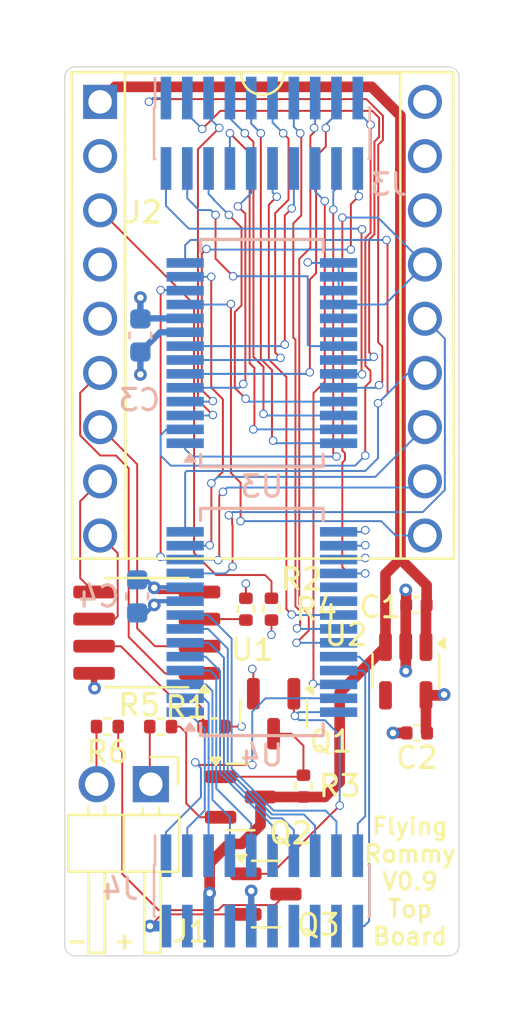
<source format=kicad_pcb>
(kicad_pcb (version 20240108) (generator "pcbnew") (generator_version "8.0")
  (layers (0 "F.Cu" signal) (1 "In1.Cu" signal) (2 "In2.Cu" signal) (31 "B.Cu" signal) (34 "B.Paste" user) (35 "F.Paste" user) (36 "B.SilkS" user "B.Silkscreen") (37 "F.SilkS" user "F.Silkscreen") (38 "B.Mask" user) (39 "F.Mask" user) (44 "Edge.Cuts" user))
  (net 0 "")
  (net 1 "/5v")
  (net 2 "/GND")
  (net 3 "/3v3")
  (net 4 "Net-(J1-Pin_1)")
  (net 5 "Net-(J1-Pin_2)")
  (net 7 "Net-(J2-Pin_15)")
  (net 8 "Net-(J2-Pin_14)")
  (net 11 "Net-(J2-Pin_12)")
  (net 12 "Net-(J2-Pin_8)")
  (net 14 "Net-(J2-Pin_10)")
  (net 15 "Net-(J2-Pin_9)")
  (net 16 "Net-(J2-Pin_3)")
  (net 17 "Net-(J2-Pin_7)")
  (net 18 "Net-(J2-Pin_13)")
  (net 20 "Net-(J2-Pin_6)")
  (net 21 "Net-(J2-Pin_11)")
  (net 22 "/3v3-D7")
  (net 23 "/~{3v3-OE}")
  (net 24 "/~{3v3-FL_WE}")
  (net 25 "/3v3-D3")
  (net 26 "/3v3-D0")
  (net 27 "/~{3v3-CE}")
  (net 28 "/3v3-D2")
  (net 29 "/3v3-D1")
  (net 30 "/3v3-D4")
  (net 31 "/~{3v3-BusConnect}")
  (net 32 "/3v3-D6")
  (net 33 "/3v3-D5")
  (net 34 "/3v3-A12")
  (net 35 "/3v3-A14")
  (net 36 "/3v3-A17")
  (net 37 "/3v3-A0")
  (net 38 "/3v3-A7")
  (net 39 "/3v3-A9")
  (net 40 "/3v3-A1")
  (net 41 "/3v3-A10")
  (net 42 "/3v3-A13")
  (net 43 "/3v3-A5")
  (net 44 "/3v3-A15")
  (net 45 "/3v3-A18")
  (net 46 "/3v3-A3")
  (net 47 "/3v3-A6")
  (net 48 "/3v3-A11")
  (net 49 "/3v3-A4")
  (net 50 "/3v3-A16")
  (net 51 "/3v3-A2")
  (net 52 "/3v3-A8")
  (net 53 "/Ext_Reset")
  (net 54 "Net-(Q1-C)")
  (net 55 "Net-(Q3-D)")
  (net 56 "Net-(U1-~{HOLD})")
  (net 57 "Net-(U1-~{W})")
  (net 69 "Net-(Q2-S)")
  (footprint "Resistor_SMD:R_0402_1005Metric" (layer "F.Cu") (at 151.5 107.2 90)
    (property "Reference" "R2")
    (property "Value" "0 ohm")
  )
  (footprint "Package_TO_SOT_SMD:SOT-23" (layer "F.Cu") (at 152.8 112.1 -90)
    (property "Reference" "Q1")
    (property "Value" "BC846")
  )
  (footprint "Package_TO_SOT_SMD:SOT-23" (layer "F.Cu") (at 152.4375 120.55)
    (property "Reference" "Q3")
    (property "Value" "BSS138")
  )
  (footprint "Resistor_SMD:R_0402_1005Metric" (layer "F.Cu") (at 150 112.7)
    (property "Reference" "R1")
    (property "Value" "0 ohm")
  )
  (footprint "Resistor_SMD:R_0402_1005Metric" (layer "F.Cu") (at 147.5 112.7 180)
    (property "Reference" "R5")
    (property "Value" "0 ohm")
  )
  (footprint "JJGTechnologies_Footprint_Library:PinHeader_1x02_P2.54mm_Horizontal" (layer "F.Cu") (at 147.04 115.4 -90)
    (property "Reference" "J1")
    (property "Value" "Conn_01x02_Pin")
  )
  (footprint "Resistor_SMD:R_0402_1005Metric" (layer "F.Cu") (at 152.7 107.2 90)
    (property "Reference" "R4")
    (property "Value" "DNP")
  )
  (footprint "Package_SO:SOIC-8_3.9x4.9mm_P1.27mm" (layer "F.Cu") (at 146.85 108.3 180)
    (property "Reference" "U1")
    (property "Value" "M95P32-IXMNT/E")
  )
  (footprint "Package_TO_SOT_SMD:SOT-23" (layer "F.Cu") (at 151.25 116)
    (property "Reference" "Q2")
    (property "Value" "BSS84")
  )
  (footprint "Capacitor_SMD:C_0402_1005Metric" (layer "F.Cu") (at 159.52 113 180)
    (property "Reference" "C2")
    (property "Value" "1uf")
  )
  (footprint "Package_TO_SOT_SMD:SOT-23-5" (layer "F.Cu") (at 159 110.1 -90)
    (property "Reference" "U2")
    (property "Value" "AP2112K-3.3")
  )
  (footprint "Resistor_SMD:R_0402_1005Metric" (layer "F.Cu") (at 145 112.7)
    (property "Reference" "R6")
    (property "Value" "0 ohm")
  )
  (footprint "ESP32:ESP32" (layer "F.Cu") (at 144.66 83.43)
    (property "Reference" "J2")
    (property "Value" "Conn_02x09_Counter_Clockwise")
  )
  (footprint "Capacitor_SMD:C_0402_1005Metric" (layer "F.Cu") (at 159.5 107 180)
    (property "Reference" "C1")
    (property "Value" "1uf")
  )
  (footprint "Resistor_SMD:R_0402_1005Metric" (layer "F.Cu") (at 154.2 115.49 -90)
    (property "Reference" "R3")
    (property "Value" "2.5k ohm")
  )
  (footprint "Package_SO:SSOP-28_5.3x10.2mm_P0.65mm" (layer "B.Cu") (at 152.25 107.8)
    (property "Reference" "U4")
    (property "Value" "MCP23S17_SS")
  )
  (footprint "Package_SO:SSOP-28_5.3x10.2mm_P0.65mm" (layer "B.Cu") (at 152.25 95.2)
    (property "Reference" "U3")
    (property "Value" "MCP23S17_SS")
  )
  (footprint "JJGTechnologies_Footprint_Library:PinHeader_2x10_P1.00mm_Vertical_SMD" (layer "B.Cu") (at 152.25 120.4 -90)
    (property "Reference" "J4")
    (property "Value" "Conn_01x20_Pin")
  )
  (footprint "Capacitor_SMD:C_0603_1608Metric" (layer "B.Cu") (at 146.55 94.375 90)
    (property "Reference" "C3")
    (property "Value" "100n")
  )
  (footprint "JJGTechnologies_Footprint_Library:PinHeader_2x10_P1.00mm_Vertical_SMD" (layer "B.Cu") (at 152.25 84.9 -90)
    (property "Reference" "J3")
    (property "Value" "Conn_01x20_Pin")
  )
  (footprint "Capacitor_SMD:C_0603_1608Metric" (layer "B.Cu") (at 146.4 106.6 90)
    (property "Reference" "C4")
    (property "Value" "100n")
  )
  (gr_line (start 143.002 82.288) (end 143.002 122.944) (stroke (width 0.05)) (layer "Edge.Cuts"))
  (gr_line (start 161 123.444) (end 143.502 123.444) (stroke (width 0.05)) (layer "Edge.Cuts"))
  (gr_arc (start 161.5 122.944) (mid 161.353553 123.297553) (end 161 123.444) (stroke (width 0.05)) (layer "Edge.Cuts"))
  (gr_line (start 161.5 82.288) (end 161.5 122.944) (stroke (width 0.05)) (layer "Edge.Cuts"))
  (gr_arc (start 143.002 82.288) (mid 143.148447 81.934447) (end 143.502 81.788) (stroke (width 0.05)) (layer "Edge.Cuts"))
  (gr_arc (start 161 81.788) (mid 161.353553 81.934447) (end 161.5 82.288) (stroke (width 0.05)) (layer "Edge.Cuts"))
  (gr_arc (start 143.502 123.444) (mid 143.148447 123.297553) (end 143.002 122.944) (stroke (width 0.05)) (layer "Edge.Cuts"))
  (gr_line (start 143.502 81.788) (end 161 81.788) (stroke (width 0.05)) (layer "Edge.Cuts"))
  (gr_text "Flying\nRommy\nV0.9\nTop\nBoard" (at 159.2 123 0) (layer "F.SilkS") (effects (font (size 0.8 0.8) (thickness 0.15) (bold yes)) (justify bottom)))
  (gr_text "-  +" (at 144.7 123.2 0) (layer "F.SilkS") (effects (font (size 0.8 0.8) (thickness 0.15) (bold yes)) (justify bottom)))
  (segment (start 158.05 108.9625) (end 158.05 105.55) (width 0.5) (layer "F.Cu") (net 1))
  (segment (start 154.2 116) (end 152.1875 116) (width 0.5) (layer "F.Cu") (net 1))
  (segment (start 158.05 105.55) (end 158.75 104.85) (width 0.5) (layer "F.Cu") (net 1))
  (segment (start 150.7 118.2) (end 151.3 118.2) (width 0.5) (layer "F.Cu") (net 1))
  (segment (start 159.95 107.03) (end 159.98 107) (width 0.5) (layer "F.Cu") (net 1))
  (segment (start 155.9 115.3) (end 155.2 116) (width 0.5) (layer "F.Cu") (net 1))
  (segment (start 159.95 108.9625) (end 159.95 107.03) (width 0.5) (layer "F.Cu") (net 1))
  (segment (start 145.365 82.725) (end 157.4 82.725) (width 0.5) (layer "F.Cu") (net 1))
  (segment (start 151.3 118.2) (end 152.1875 117.3125) (width 0.5) (layer "F.Cu") (net 1))
  (segment (start 157.4 82.725) (end 158.75 84.075) (width 0.5) (layer "F.Cu") (net 1))
  (segment (start 158.75 84.075) (end 158.75 104.85) (width 0.5) (layer "F.Cu") (net 1))
  (segment (start 159.98 106.08) (end 159.98 107) (width 0.5) (layer "F.Cu") (net 1))
  (segment (start 158.75 104.85) (end 159.98 106.08) (width 0.5) (layer "F.Cu") (net 1))
  (segment (start 144.66 83.43) (end 145.365 82.725) (width 0.5) (layer "F.Cu") (net 1))
  (segment (start 155.9 111.1125) (end 155.9 115.3) (width 0.5) (layer "F.Cu") (net 1))
  (segment (start 149.8 119.1) (end 150.7 118.2) (width 0.5) (layer "F.Cu") (net 1))
  (segment (start 152.1875 117.3125) (end 152.1875 116) (width 0.5) (layer "F.Cu") (net 1))
  (segment (start 155.2 116) (end 154.2 116) (width 0.5) (layer "F.Cu") (net 1))
  (segment (start 149.8 120.5) (end 149.8 119.1) (width 0.5) (layer "F.Cu") (net 1))
  (segment (start 158.05 108.9625) (end 155.9 111.1125) (width 0.5) (layer "F.Cu") (net 1))
  (via (at 149.8 120.5) (size 0.6) (drill 0.3) (layers "F.Cu" "B.Cu") (net 1))
  (segment (start 149.75 120.55) (end 149.8 120.5) (width 0.5) (layer "B.Cu") (net 1))
  (segment (start 149.75 122.05) (end 149.75 120.55) (width 0.5) (layer "B.Cu") (net 1))
  (segment (start 149.325 106.395) (end 147.395 106.395) (width 0.2) (layer "F.Cu") (net 2))
  (segment (start 147.55 121.5) (end 147 122.05) (width 0.09) (layer "F.Cu") (net 2))
  (segment (start 151.85 111.1625) (end 151.85 110.05) (width 0.09) (layer "F.Cu") (net 2))
  (segment (start 159.02 107) (end 159.02 106.32) (width 0.5) (layer "F.Cu") (net 2))
  (segment (start 159 108.9625) (end 159 107.02) (width 0.5) (layer "F.Cu") (net 2))
  (segment (start 151.85 110.05) (end 151.8 110) (width 0.09) (layer "F.Cu") (net 2))
  (segment (start 151.5 121.5) (end 147.55 121.5) (width 0.09) (layer "F.Cu") (net 2))
  (segment (start 159 107.02) (end 159.02 107) (width 0.5) (layer "F.Cu") (net 2))
  (segment (start 159.04 113) (end 158.4 113) (width 0.5) (layer "F.Cu") (net 2))
  (segment (start 159 108.9625) (end 159 110.1) (width 0.5) (layer "F.Cu") (net 2))
  (segment (start 159.02 106.32) (end 159 106.3) (width 0.5) (layer "F.Cu") (net 2))
  (segment (start 147.395 106.395) (end 147.2 106.2) (width 0.2) (layer "F.Cu") (net 2))
  (via (at 151.8 110) (size 0.4) (drill 0.3) (layers "F.Cu" "B.Cu") (net 2))
  (via (at 159 106.3) (size 0.6) (drill 0.3) (layers "F.Cu" "B.Cu") (net 2))
  (via (at 154.4 90.95) (size 0.4) (drill 0.3) (layers "F.Cu" "B.Cu") (net 2))
  (via (at 146.55 92.6) (size 0.6) (drill 0.3) (layers "F.Cu" "B.Cu") (net 2))
  (via (at 147 122.05) (size 0.6) (drill 0.3) (layers "F.Cu" "B.Cu") (net 2))
  (via (at 159 110.1) (size 0.6) (drill 0.3) (layers "F.Cu" "B.Cu") (net 2))
  (via (at 147.2 106.2) (size 0.6) (drill 0.3) (layers "F.Cu" "B.Cu") (net 2))
  (via (at 157.1 104.8) (size 0.4) (drill 0.3) (layers "F.Cu" "B.Cu") (net 2))
  (via (at 158.4 113) (size 0.6) (drill 0.3) (layers "F.Cu" "B.Cu") (net 2))
  (via (at 157.1 104.2) (size 0.4) (drill 0.3) (layers "F.Cu" "B.Cu") (net 2))
  (segment (start 147.75 122.05) (end 147 122.05) (width 0.5) (layer "B.Cu") (net 2))
  (segment (start 148.65 93.575) (end 146.575 93.575) (width 0.3) (layer "B.Cu") (net 2))
  (segment (start 157.025 104.875) (end 157.1 104.8) (width 0.09) (layer "B.Cu") (net 2))
  (segment (start 146.4 105.825) (end 146.825 105.825) (width 0.2) (layer "B.Cu") (net 2))
  (segment (start 146.825 105.825) (end 147.2 106.2) (width 0.2) (layer "B.Cu") (net 2))
  (segment (start 157.075 104.225) (end 157.1 104.2) (width 0.09) (layer "B.Cu") (net 2))
  (segment (start 154.425 90.975) (end 154.4 90.95) (width 0.09) (layer "B.Cu") (net 2))
  (segment (start 155.85 92.275) (end 155.85 91.625) (width 0.09) (layer "B.Cu") (net 2))
  (segment (start 155.85 91.625) (end 155.85 90.975) (width 0.09) (layer "B.Cu") (net 2))
  (segment (start 146.575 93.575) (end 146.55 93.6) (width 0.3) (layer "B.Cu") (net 2))
  (segment (start 155.85 104.225) (end 157.075 104.225) (width 0.09) (layer "B.Cu") (net 2))
  (segment (start 148.65 106.175) (end 147.225 106.175) (width 0.2) (layer "B.Cu") (net 2))
  (segment (start 155.85 90.975) (end 154.425 90.975) (width 0.09) (layer "B.Cu") (net 2))
  (segment (start 146.55 93.6) (end 146.55 92.6) (width 0.3) (layer "B.Cu") (net 2))
  (segment (start 155.85 104.875) (end 157.025 104.875) (width 0.09) (layer "B.Cu") (net 2))
  (segment (start 147.225 106.175) (end 147.2 106.2) (width 0.2) (layer "B.Cu") (net 2))
  (segment (start 151.5 106.69) (end 151.5 106) (width 0.09) (layer "F.Cu") (net 3))
  (segment (start 159.95 111.2375) (end 160.7625 111.2375) (width 0.5) (layer "F.Cu") (net 3))
  (segment (start 160.7625 111.2375) (end 160.8 111.2) (width 0.5) (layer "F.Cu") (net 3))
  (segment (start 159.95 112.95) (end 160 113) (width 0.5) (layer "F.Cu") (net 3))
  (segment (start 159.95 111.2375) (end 159.95 112.95) (width 0.5) (layer "F.Cu") (net 3))
  (segment (start 152.7 107.71) (end 152.7 108.4) (width 0.09) (layer "F.Cu") (net 3))
  (segment (start 150.51 112.7) (end 151.3 112.7) (width 0.09) (layer "F.Cu") (net 3))
  (segment (start 144.4 110.9) (end 144.375 110.875) (width 0.3) (layer "F.Cu") (net 3))
  (segment (start 144.375 110.875) (end 144.375 110.205) (width 0.3) (layer "F.Cu") (net 3))
  (via (at 151.5 106) (size 0.4) (drill 0.3) (layers "F.Cu" "B.Cu") (net 3))
  (via (at 146.55 96.2) (size 0.6) (drill 0.3) (layers "F.Cu" "B.Cu") (net 3))
  (via (at 151.75 120.4) (size 0.6) (drill 0.3) (layers "F.Cu" "B.Cu") (net 3))
  (via (at 147.2 107) (size 0.6) (drill 0.3) (layers "F.Cu" "B.Cu") (net 3))
  (via (at 151.3 112.7) (size 0.4) (drill 0.3) (layers "F.Cu" "B.Cu") (net 3))
  (via (at 152.7 108.4) (size 0.4) (drill 0.3) (layers "F.Cu" "B.Cu") (net 3))
  (via (at 160.8 111.2) (size 0.6) (drill 0.3) (layers "F.Cu" "B.Cu") (net 3))
  (via (at 144.4 110.9) (size 0.6) (drill 0.3) (layers "F.Cu" "B.Cu") (net 3))
  (via (at 157.1 103.5) (size 0.4) (drill 0.3) (layers "F.Cu" "B.Cu") (net 3))
  (segment (start 146.4 107.375) (end 146.825 107.375) (width 0.2) (layer "B.Cu") (net 3))
  (segment (start 155.85 103.575) (end 157.025 103.575) (width 0.09) (layer "B.Cu") (net 3))
  (segment (start 148.65 94.225) (end 147.475 94.225) (width 0.3) (layer "B.Cu") (net 3))
  (segment (start 151.75 122.05) (end 151.75 120.4) (width 0.3) (layer "B.Cu") (net 3))
  (segment (start 157.025 103.575) (end 157.1 103.5) (width 0.09) (layer "B.Cu") (net 3))
  (segment (start 147.375 106.825) (end 147.2 107) (width 0.2) (layer "B.Cu") (net 3))
  (segment (start 147.475 94.225) (end 146.55 95.15) (width 0.3) (layer "B.Cu") (net 3))
  (segment (start 146.55 95.15) (end 146.55 96.2) (width 0.3) (layer "B.Cu") (net 3))
  (segment (start 146.825 107.375) (end 147.2 107) (width 0.2) (layer "B.Cu") (net 3))
  (segment (start 148.65 106.825) (end 147.375 106.825) (width 0.2) (layer "B.Cu") (net 3))
  (segment (start 146.99 115.35) (end 147.04 115.4) (width 0.09) (layer "F.Cu") (net 4))
  (segment (start 146.99 112.7) (end 146.99 115.35) (width 0.09) (layer "F.Cu") (net 4))
  (segment (start 144.49 112.7) (end 144.49 115.39) (width 0.09) (layer "F.Cu") (net 5))
  (segment (start 144.49 115.39) (end 144.5 115.4) (width 0.09) (layer "F.Cu") (net 5))
  (segment (start 156.325 105.525) (end 157.1 105.525) (width 0.09) (layer "F.Cu") (net 7))
  (segment (start 156.025 88.85) (end 156.025 99.766385) (width 0.09) (layer "F.Cu") (net 7))
  (segment (start 156.025 99.766385) (end 156.145 99.886385) (width 0.09) (layer "F.Cu") (net 7))
  (segment (start 156.145 100.213615) (end 156.025 100.333615) (width 0.09) (layer "F.Cu") (net 7))
  (segment (start 156.025 100.333615) (end 156.025 105.225) (width 0.09) (layer "F.Cu") (net 7))
  (segment (start 156.025 105.225) (end 156.325 105.525) (width 0.09) (layer "F.Cu") (net 7))
  (segment (start 156.145 99.886385) (end 156.145 100.213615) (width 0.09) (layer "F.Cu") (net 7))
  (via (at 157.1 105.525) (size 0.4) (drill 0.3) (layers "F.Cu" "B.Cu") (net 7))
  (via (at 156.025 88.85) (size 0.4) (drill 0.3) (layers "F.Cu" "B.Cu") (net 7))
  (segment (start 156.025 88.85) (end 157.7 88.85) (width 0.09) (layer "B.Cu") (net 7))
  (segment (start 157.1 105.525) (end 155.85 105.525) (width 0.09) (layer "B.Cu") (net 7))
  (segment (start 157.7 88.85) (end 159.9 91.05) (width 0.09) (layer "B.Cu") (net 7))
  (segment (start 159.9 91.05) (end 158.025 92.925) (width 0.09) (layer "B.Cu") (net 7))
  (segment (start 158.025 92.925) (end 155.85 92.925) (width 0.09) (layer "B.Cu") (net 7))
  (segment (start 150.855 102.955) (end 150.7 102.8) (width 0.09) (layer "F.Cu") (net 8))
  (segment (start 150.855 103.238615) (end 150.855 102.955) (width 0.09) (layer "F.Cu") (net 8))
  (segment (start 150.875 103.258615) (end 150.855 103.238615) (width 0.09) (layer "F.Cu") (net 8))
  (segment (start 150.875 105.2) (end 150.875 103.258615) (width 0.09) (layer "F.Cu") (net 8))
  (via (at 150.7 102.8) (size 0.4) (drill 0.3) (layers "F.Cu" "B.Cu") (net 8))
  (via (at 150.875 105.2) (size 0.4) (drill 0.3) (layers "F.Cu" "B.Cu") (net 8))
  (segment (start 159.9 93.59) (end 160.835 94.525) (width 0.09) (layer "B.Cu") (net 8))
  (segment (start 150.875 105.2) (end 150.55 105.525) (width 0.09) (layer "B.Cu") (net 8))
  (segment (start 150.7 102.8) (end 150.85 102.65) (width 0.09) (layer "B.Cu") (net 8))
  (segment (start 160.835 101.615) (end 159.8 102.65) (width 0.09) (layer "B.Cu") (net 8))
  (segment (start 150.55 105.525) (end 148.65 105.525) (width 0.09) (layer "B.Cu") (net 8))
  (segment (start 150.85 102.65) (end 159.8 102.65) (width 0.09) (layer "B.Cu") (net 8))
  (segment (start 160.835 94.525) (end 160.835 101.615) (width 0.09) (layer "B.Cu") (net 8))
  (segment (start 149.88 104.12) (end 149.8 104.2) (width 0.09) (layer "F.Cu") (net 11))
  (segment (start 149.88 101.3) (end 149.88 104.12) (width 0.09) (layer "F.Cu") (net 11))
  (segment (start 149.88 101.3) (end 150.42 100.76) (width 0.09) (layer "F.Cu") (net 11))
  (segment (start 150.42 97.361385) (end 149.875 96.816385) (width 0.09) (layer "F.Cu") (net 11))
  (segment (start 150.42 100.76) (end 150.42 97.361385) (width 0.09) (layer "F.Cu") (net 11))
  (segment (start 149.875 96.816385) (end 149.875 91.625) (width 0.09) (layer "F.Cu") (net 11))
  (via (at 149.875 91.625) (size 0.4) (drill 0.3) (layers "F.Cu" "B.Cu") (net 11))
  (via (at 149.88 101.3) (size 0.4) (drill 0.3) (layers "F.Cu" "B.Cu") (net 11))
  (via (at 149.8 104.2) (size 0.4) (drill 0.3) (layers "F.Cu" "B.Cu") (net 11))
  (segment (start 149.875 91.625) (end 148.65 91.625) (width 0.09) (layer "B.Cu") (net 11))
  (segment (start 150.18 101) (end 157.57 101) (width 0.09) (layer "B.Cu") (net 11))
  (segment (start 148.65 104.225) (end 149.775 104.225) (width 0.09) (layer "B.Cu") (net 11))
  (segment (start 149.88 101.3) (end 150.18 101) (width 0.09) (layer "B.Cu") (net 11))
  (segment (start 157.57 101) (end 159.9 98.67) (width 0.09) (layer "B.Cu") (net 11))
  (segment (start 149.775 104.225) (end 149.8 104.2) (width 0.09) (layer "B.Cu") (net 11))
  (segment (start 143.725 105.745) (end 143.725 102.145) (width 0.09) (layer "F.Cu") (net 12))
  (segment (start 144.375 106.395) (end 143.725 105.745) (width 0.09) (layer "F.Cu") (net 12))
  (segment (start 143.725 102.145) (end 144.66 101.21) (width 0.09) (layer "F.Cu") (net 12))
  (segment (start 150.8 100.821385) (end 150.8 92.9) (width 0.09) (layer "F.Cu") (net 14))
  (segment (start 151.25 103.075) (end 151.25 101.271385) (width 0.09) (layer "F.Cu") (net 14))
  (segment (start 151.25 101.271385) (end 150.8 100.821385) (width 0.09) (layer "F.Cu") (net 14))
  (via (at 150.8 92.9) (size 0.4) (drill 0.3) (layers "F.Cu" "B.Cu") (net 14))
  (via (at 151.25 103.075) (size 0.4) (drill 0.3) (layers "F.Cu" "B.Cu") (net 14))
  (segment (start 157.85 103.075) (end 158.525 103.75) (width 0.09) (layer "B.Cu") (net 14))
  (segment (start 148.65 92.925) (end 150.875 92.925) (width 0.09) (layer "B.Cu") (net 14))
  (segment (start 158.525 103.75) (end 159.9 103.75) (width 0.09) (layer "B.Cu") (net 14))
  (segment (start 151.25 103.075) (end 157.85 103.075) (width 0.09) (layer "B.Cu") (net 14))
  (segment (start 150.875 92.925) (end 150.825 92.925) (width 0.09) (layer "B.Cu") (net 14))
  (segment (start 150.825 92.925) (end 150.8 92.9) (width 0.09) (layer "B.Cu") (net 14))
  (segment (start 145.485 104.575) (end 144.66 103.75) (width 0.09) (layer "F.Cu") (net 15))
  (segment (start 144.375 107.665) (end 145.349999 107.665) (width 0.09) (layer "F.Cu") (net 15))
  (segment (start 145.349999 107.665) (end 145.485 107.529999) (width 0.09) (layer "F.Cu") (net 15))
  (segment (start 145.485 107.529999) (end 145.485 104.575) (width 0.09) (layer "F.Cu") (net 15))
  (segment (start 149.07 104.57) (end 150.1 105.6) (width 0.09) (layer "F.Cu") (net 16))
  (segment (start 144.66 88.51) (end 149.07 92.92) (width 0.09) (layer "F.Cu") (net 16))
  (segment (start 149.07 92.92) (end 149.07 104.57) (width 0.09) (layer "F.Cu") (net 16))
  (segment (start 152.4 105.6) (end 152.7 105.9) (width 0.09) (layer "F.Cu") (net 16))
  (segment (start 150.1 105.6) (end 152.4 105.6) (width 0.09) (layer "F.Cu") (net 16))
  (segment (start 152.7 105.9) (end 152.7 106.69) (width 0.09) (layer "F.Cu") (net 16))
  (segment (start 147.235 108.935) (end 149.325 108.935) (width 0.09) (layer "F.Cu") (net 17))
  (segment (start 146.4 100.41) (end 146.4 108.1) (width 0.09) (layer "F.Cu") (net 17))
  (segment (start 144.66 98.67) (end 146.4 100.41) (width 0.09) (layer "F.Cu") (net 17))
  (segment (start 146.4 108.1) (end 147.235 108.935) (width 0.09) (layer "F.Cu") (net 17))
  (segment (start 158.145 89.945) (end 158.1 89.9) (width 0.09) (layer "F.Cu") (net 18))
  (segment (start 158.145 97.105) (end 158.145 89.945) (width 0.09) (layer "F.Cu") (net 18))
  (segment (start 157.7 97.55) (end 158.145 97.105) (width 0.09) (layer "F.Cu") (net 18))
  (via (at 157.7 97.55) (size 0.4) (drill 0.3) (layers "F.Cu" "B.Cu") (net 18))
  (via (at 158.1 89.9) (size 0.4) (drill 0.3) (layers "F.Cu" "B.Cu") (net 18))
  (segment (start 157.09826 100.725) (end 157.7 100.12326) (width 0.09) (layer "B.Cu") (net 18))
  (segment (start 158.1 89.9) (end 148.9 89.9) (width 0.09) (layer "B.Cu") (net 18))
  (segment (start 157.7 100.12326) (end 157.7 97.55) (width 0.09) (layer "B.Cu") (net 18))
  (segment (start 157.7 97.55) (end 159.12 96.13) (width 0.09) (layer "B.Cu") (net 18))
  (segment (start 148.9 89.9) (end 148.65 90.15) (width 0.09) (layer "B.Cu") (net 18))
  (segment (start 148.725 100.725) (end 157.09826 100.725) (width 0.09) (layer "B.Cu") (net 18))
  (segment (start 148.65 103.575) (end 148.65 100.8) (width 0.09) (layer "B.Cu") (net 18))
  (segment (start 148.65 90.15) (end 148.65 90.975) (width 0.09) (layer "B.Cu") (net 18))
  (segment (start 148.65 100.8) (end 148.725 100.725) (width 0.09) (layer "B.Cu") (net 18))
  (segment (start 159.12 96.13) (end 159.9 96.13) (width 0.09) (layer "B.Cu") (net 18))
  (segment (start 145.4 100) (end 146 100.6) (width 0.09) (layer "F.Cu") (net 20))
  (segment (start 143.725 99.05729) (end 144.66771 100) (width 0.09) (layer "F.Cu") (net 20))
  (segment (start 146 108.5) (end 147.705 110.205) (width 0.09) (layer "F.Cu") (net 20))
  (segment (start 144.66 96.13) (end 143.725 97.065) (width 0.09) (layer "F.Cu") (net 20))
  (segment (start 147.705 110.205) (end 149.325 110.205) (width 0.09) (layer "F.Cu") (net 20))
  (segment (start 144.66771 100) (end 145.4 100) (width 0.09) (layer "F.Cu") (net 20))
  (segment (start 143.725 97.065) (end 143.725 99.05729) (width 0.09) (layer "F.Cu") (net 20))
  (segment (start 146 100.6) (end 146 108.5) (width 0.09) (layer "F.Cu") (net 20))
  (segment (start 147.5 92.25) (end 147.5 104.75) (width 0.09) (layer "F.Cu") (net 21))
  (segment (start 150.25 104.85) (end 150.2 104.9) (width 0.09) (layer "F.Cu") (net 21))
  (segment (start 150.25 101.875) (end 150.25 104.85) (width 0.09) (layer "F.Cu") (net 21))
  (segment (start 150.425 101.7) (end 150.25 101.875) (width 0.09) (layer "F.Cu") (net 21))
  (via (at 147.5 92.25) (size 0.4) (drill 0.3) (layers "F.Cu" "B.Cu") (net 21))
  (via (at 147.5 104.75) (size 0.4) (drill 0.3) (layers "F.Cu" "B.Cu") (net 21))
  (via (at 150.2 104.9) (size 0.4) (drill 0.3) (layers "F.Cu" "B.Cu") (net 21))
  (via (at 150.425 101.7) (size 0.4) (drill 0.3) (layers "F.Cu" "B.Cu") (net 21))
  (segment (start 150.175 104.875) (end 150.2 104.9) (width 0.09) (layer "B.Cu") (net 21))
  (segment (start 148.65 104.875) (end 150.175 104.875) (width 0.09) (layer "B.Cu") (net 21))
  (segment (start 148.65 92.275) (end 148.625 92.25) (width 0.09) (layer "B.Cu") (net 21))
  (segment (start 148.65 104.875) (end 147.625 104.875) (width 0.09) (layer "B.Cu") (net 21))
  (segment (start 150.425 101.7) (end 150.625 101.5) (width 0.09) (layer "B.Cu") (net 21))
  (segment (start 147.625 104.875) (end 147.5 104.75) (width 0.09) (layer "B.Cu") (net 21))
  (segment (start 150.625 101.5) (end 159.61 101.5) (width 0.09) (layer "B.Cu") (net 21))
  (segment (start 159.61 101.5) (end 159.9 101.21) (width 0.09) (layer "B.Cu") (net 21))
  (segment (start 148.625 92.25) (end 147.5 92.25) (width 0.09) (layer "B.Cu") (net 21))
  (segment (start 155.24 116.64) (end 155.75 117.15) (width 0.09) (layer "B.Cu") (net 22))
  (segment (start 150.829999 114.666325) (end 152.803674 116.64) (width 0.09) (layer "B.Cu") (net 22))
  (segment (start 150.829999 110.575442) (end 150.83 110.575443) (width 0.09) (layer "B.Cu") (net 22))
  (segment (start 155.75 117.15) (end 155.75 118.75) (width 0.09) (layer "B.Cu") (net 22))
  (segment (start 152.803674 116.64) (end 155.24 116.64) (width 0.09) (layer "B.Cu") (net 22))
  (segment (start 148.65 107.475) (end 149.725 107.475) (width 0.09) (layer "B.Cu") (net 22))
  (segment (start 149.725 107.475) (end 150.829999 108.579999) (width 0.09) (layer "B.Cu") (net 22))
  (segment (start 150.829999 108.579999) (end 150.829999 110.575442) (width 0.09) (layer "B.Cu") (net 22))
  (segment (start 150.829999 110.920001) (end 150.829999 114.666325) (width 0.09) (layer "B.Cu") (net 22))
  (segment (start 150.83 110.575443) (end 150.829999 110.920001) (width 0.09) (layer "B.Cu") (net 22))
  (segment (start 156.75 117.25) (end 156.75 118.75) (width 0.09) (layer "B.Cu") (net 23))
  (segment (start 157.1 116.9) (end 156.75 117.25) (width 0.09) (layer "B.Cu") (net 23))
  (segment (start 155.85 110.075) (end 156.975 110.075) (width 0.09) (layer "B.Cu") (net 23))
  (segment (start 156.975 110.075) (end 157.1 110.2) (width 0.09) (layer "B.Cu") (net 23))
  (segment (start 157.1 110.2) (end 157.1 116.9) (width 0.09) (layer "B.Cu") (net 23))
  (segment (start 154.7 110.75) (end 154.65 110.7) (width 0.09) (layer "F.Cu") (net 24))
  (segment (start 155.2 88.075) (end 155.2 96.55) (width 0.09) (layer "F.Cu") (net 24))
  (segment (start 154.67 97.08) (end 154.67 110.68) (width 0.09) (layer "F.Cu") (net 24))
  (segment (start 154.67 110.68) (end 154.65 110.7) (width 0.09) (layer "F.Cu") (net 24))
  (segment (start 155.2 96.55) (end 154.67 97.08) (width 0.09) (layer "F.Cu") (net 24))
  (via (at 154.65 110.7) (size 0.4) (drill 0.3) (layers "F.Cu" "B.Cu") (net 24))
  (via (at 155.2 88.075) (size 0.4) (drill 0.3) (layers "F.Cu" "B.Cu") (net 24))
  (segment (start 155.2 88.075) (end 154.75 87.625) (width 0.09) (layer "B.Cu") (net 24))
  (segment (start 154.65 110.7) (end 154.675 110.725) (width 0.09) (layer "B.Cu") (net 24))
  (segment (start 154.675 110.725) (end 155.85 110.725) (width 0.09) (layer "B.Cu") (net 24))
  (segment (start 154.75 87.625) (end 154.75 86.55) (width 0.09) (layer "B.Cu") (net 24))
  (segment (start 151.75 117.24) (end 151.75 118.75) (width 0.09) (layer "B.Cu") (net 25))
  (segment (start 150.11 110.36) (end 150.11 115.6) (width 0.09) (layer "B.Cu") (net 25))
  (segment (start 149.825 110.075) (end 150.11 110.36) (width 0.09) (layer "B.Cu") (net 25))
  (segment (start 150.11 115.6) (end 151.75 117.24) (width 0.09) (layer "B.Cu") (net 25))
  (segment (start 148.65 110.075) (end 149.825 110.075) (width 0.09) (layer "B.Cu") (net 25))
  (segment (start 149.57 116.63) (end 149.57 112.82) (width 0.09) (layer "B.Cu") (net 26))
  (segment (start 148.75 118.75) (end 148.75 117.45) (width 0.09) (layer "B.Cu") (net 26))
  (segment (start 148.775 112.025) (end 148.65 112.025) (width 0.09) (layer "B.Cu") (net 26))
  (segment (start 149.57 112.82) (end 148.775 112.025) (width 0.09) (layer "B.Cu") (net 26))
  (segment (start 148.75 117.45) (end 149.57 116.63) (width 0.09) (layer "B.Cu") (net 26))
  (segment (start 148.75 112.125) (end 148.65 112.025) (width 0.09) (layer "B.Cu") (net 26))
  (segment (start 157.28 121.82) (end 157.05 122.05) (width 0.09) (layer "B.Cu") (net 27))
  (segment (start 157.28 109.89) (end 157.28 121.82) (width 0.09) (layer "B.Cu") (net 27))
  (segment (start 155.85 109.425) (end 156.815 109.425) (width 0.09) (layer "B.Cu") (net 27))
  (segment (start 157.05 122.05) (end 156.75 122.05) (width 0.09) (layer "B.Cu") (net 27))
  (segment (start 156.815 109.425) (end 157.28 109.89) (width 0.09) (layer "B.Cu") (net 27))
  (segment (start 150.75 118.75) (end 150.75 116.95) (width 0.09) (layer "B.Cu") (net 28))
  (segment (start 150.75 116.95) (end 149.93 116.13) (width 0.09) (layer "B.Cu") (net 28))
  (segment (start 149.625 110.725) (end 148.65 110.725) (width 0.09) (layer "B.Cu") (net 28))
  (segment (start 149.93 116.13) (end 149.93 111.03) (width 0.09) (layer "B.Cu") (net 28))
  (segment (start 149.93 111.03) (end 149.625 110.725) (width 0.09) (layer "B.Cu") (net 28))
  (segment (start 149.75 118.75) (end 149.75 111.6) (width 0.09) (layer "B.Cu") (net 29))
  (segment (start 149.525 111.375) (end 148.65 111.375) (width 0.09) (layer "B.Cu") (net 29))
  (segment (start 149.75 111.6) (end 149.525 111.375) (width 0.09) (layer "B.Cu") (net 29))
  (segment (start 149.615 109.425) (end 150.29 110.1) (width 0.09) (layer "B.Cu") (net 30))
  (segment (start 150.29 110.1) (end 150.29 114.89) (width 0.09) (layer "B.Cu") (net 30))
  (segment (start 148.65 109.425) (end 149.615 109.425) (width 0.09) (layer "B.Cu") (net 30))
  (segment (start 150.29 114.89) (end 152.75 117.35) (width 0.09) (layer "B.Cu") (net 30))
  (segment (start 152.75 117.35) (end 152.75 118.75) (width 0.09) (layer "B.Cu") (net 30))
  (segment (start 149.125 114.375) (end 149.25 114.5) (width 0.09) (layer "F.Cu") (net 31))
  (segment (start 149.25 114.5) (end 151.8 114.5) (width 0.09) (layer "F.Cu") (net 31))
  (via (at 151.8 114.5) (size 0.4) (drill 0.3) (layers "F.Cu" "B.Cu") (net 31))
  (via (at 149.125 114.375) (size 0.4) (drill 0.3) (layers "F.Cu" "B.Cu") (net 31))
  (segment (start 149.39 116.01) (end 147.75 117.65) (width 0.09) (layer "B.Cu") (net 31))
  (segment (start 151.8 114.5) (end 151.8 112) (width 0.09) (layer "B.Cu") (net 31))
  (segment (start 149.39 114.64) (end 149.39 116.01) (width 0.09) (layer "B.Cu") (net 31))
  (segment (start 152.425 111.375) (end 155.85 111.375) (width 0.09) (layer "B.Cu") (net 31))
  (segment (start 147.75 117.65) (end 147.75 118.75) (width 0.09) (layer "B.Cu") (net 31))
  (segment (start 149.125 114.375) (end 149.39 114.64) (width 0.09) (layer "B.Cu") (net 31))
  (segment (start 151.8 112) (end 152.425 111.375) (width 0.09) (layer "B.Cu") (net 31))
  (segment (start 150.649999 110.65) (end 150.65 110.650001) (width 0.09) (layer "B.Cu") (net 32))
  (segment (start 150.65 114.740884) (end 152.729116 116.82) (width 0.09) (layer "B.Cu") (net 32))
  (segment (start 150.649999 109.049999) (end 150.649999 110.65) (width 0.09) (layer "B.Cu") (net 32))
  (segment (start 154.22 116.82) (end 154.75 117.35) (width 0.09) (layer "B.Cu") (net 32))
  (segment (start 152.729116 116.82) (end 154.22 116.82) (width 0.09) (layer "B.Cu") (net 32))
  (segment (start 150.65 110.650001) (end 150.65 114.740884) (width 0.09) (layer "B.Cu") (net 32))
  (segment (start 148.65 108.125) (end 149.725 108.125) (width 0.09) (layer "B.Cu") (net 32))
  (segment (start 149.725 108.125) (end 150.649999 109.049999) (width 0.09) (layer "B.Cu") (net 32))
  (segment (start 154.75 117.35) (end 154.75 118.75) (width 0.09) (layer "B.Cu") (net 32))
  (segment (start 153.75 117.55) (end 153.75 118.75) (width 0.09) (layer "B.Cu") (net 33))
  (segment (start 150.469999 110.025441) (end 150.47 110.025442) (width 0.09) (layer "B.Cu") (net 33))
  (segment (start 150.469999 109.469999) (end 150.469999 110.025441) (width 0.09) (layer "B.Cu") (net 33))
  (segment (start 150.469999 114.815441) (end 152.654558 117) (width 0.09) (layer "B.Cu") (net 33))
  (segment (start 149.775 108.775) (end 150.469999 109.469999) (width 0.09) (layer "B.Cu") (net 33))
  (segment (start 150.47 110.025442) (end 150.469999 111.080001) (width 0.09) (layer "B.Cu") (net 33))
  (segment (start 148.65 108.775) (end 149.775 108.775) (width 0.09) (layer "B.Cu") (net 33))
  (segment (start 152.654558 117) (end 153.2 117) (width 0.09) (layer "B.Cu") (net 33))
  (segment (start 150.469999 111.080001) (end 150.469999 114.815441) (width 0.09) (layer "B.Cu") (net 33))
  (segment (start 153.2 117) (end 153.75 117.55) (width 0.09) (layer "B.Cu") (net 33))
  (segment (start 151.475 88.675) (end 151.475 96.55) (width 0.09) (layer "F.Cu") (net 34))
  (segment (start 151.475 96.55) (end 151.375 96.65) (width 0.09) (layer "F.Cu") (net 34))
  (segment (start 151.125 88.325) (end 151.475 88.675) (width 0.09) (layer "F.Cu") (net 34))
  (via (at 151.125 88.325) (size 0.4) (drill 0.3) (layers "F.Cu" "B.Cu") (net 34))
  (via (at 151.375 96.65) (size 0.4) (drill 0.3) (layers "F.Cu" "B.Cu") (net 34))
  (segment (start 151.75 87.7) (end 151.75 86.55) (width 0.09) (layer "B.Cu") (net 34))
  (segment (start 151.2 96.825) (end 148.65 96.825) (width 0.09) (layer "B.Cu") (net 34))
  (segment (start 151.125 88.325) (end 151.75 87.7) (width 0.09) (layer "B.Cu") (net 34))
  (segment (start 151.375 96.65) (end 151.2 96.825) (width 0.09) (layer "B.Cu") (net 34))
  (segment (start 152.875 88.641385) (end 153.5 88.016385) (width 0.09) (layer "F.Cu") (net 35))
  (segment (start 153.5 88.016385) (end 153.5 85.15) (width 0.09) (layer "F.Cu") (net 35))
  (segment (start 152.875 95.175) (end 152.875 88.641385) (width 0.09) (layer "F.Cu") (net 35))
  (segment (start 153.125 95.425) (end 152.875 95.175) (width 0.09) (layer "F.Cu") (net 35))
  (segment (start 153.5 85.15) (end 153.25 84.9) (width 0.09) (layer "F.Cu") (net 35))
  (via (at 153.25 84.9) (size 0.4) (drill 0.3) (layers "F.Cu" "B.Cu") (net 35))
  (via (at 153.125 95.425) (size 0.4) (drill 0.3) (layers "F.Cu" "B.Cu") (net 35))
  (segment (start 153.025 95.525) (end 148.65 95.525) (width 0.09) (layer "B.Cu") (net 35))
  (segment (start 152.75 83.25) (end 152.75 84.4) (width 0.09) (layer "B.Cu") (net 35))
  (segment (start 152.75 84.4) (end 153.25 84.9) (width 0.09) (layer "B.Cu") (net 35))
  (segment (start 153.125 95.425) (end 153.025 95.525) (width 0.09) (layer "B.Cu") (net 35))
  (segment (start 154.05 84.9) (end 154.1 84.95) (width 0.09) (layer "F.Cu") (net 36))
  (segment (start 154.1 84.95) (end 154.1 88.75) (width 0.09) (layer "F.Cu") (net 36))
  (segment (start 154.045 107.955) (end 153.9 108.1) (width 0.09) (layer "F.Cu") (net 36))
  (segment (start 153.725 89.125) (end 153.725 94.475) (width 0.09) (layer "F.Cu") (net 36))
  (segment (start 153.825 107.066385) (end 154.045 107.286385) (width 0.09) (layer "F.Cu") (net 36))
  (segment (start 154.045 107.286385) (end 154.045 107.955) (width 0.09) (layer "F.Cu") (net 36))
  (segment (start 153.725 94.475) (end 153.825 94.575) (width 0.09) (layer "F.Cu") (net 36))
  (segment (start 154.1 88.75) (end 153.725 89.125) (width 0.09) (layer "F.Cu") (net 36))
  (segment (start 153.825 94.575) (end 153.825 107.066385) (width 0.09) (layer "F.Cu") (net 36))
  (via (at 154.05 84.9) (size 0.4) (drill 0.3) (layers "F.Cu" "B.Cu") (net 36))
  (via (at 153.9 108.1) (size 0.4) (drill 0.3) (layers "F.Cu" "B.Cu") (net 36))
  (segment (start 153.75 84.35) (end 153.75 84.6) (width 0.09) (layer "B.Cu") (net 36))
  (segment (start 153.925 108.125) (end 155.85 108.125) (width 0.09) (layer "B.Cu") (net 36))
  (segment (start 153.75 83.25) (end 153.75 84.35) (width 0.09) (layer "B.Cu") (net 36))
  (segment (start 153.9 108.1) (end 153.925 108.125) (width 0.09) (layer "B.Cu") (net 36))
  (segment (start 153.75 84.6) (end 154.05 84.9) (width 0.09) (layer "B.Cu") (net 36))
  (segment (start 150.075 88.725) (end 150.075 90.775) (width 0.09) (layer "F.Cu") (net 37))
  (segment (start 150.075 90.775) (end 150.9 91.6) (width 0.09) (layer "F.Cu") (net 37))
  (via (at 150.9 91.6) (size 0.4) (drill 0.3) (layers "F.Cu" "B.Cu") (net 37))
  (via (at 150.075 88.725) (size 0.4) (drill 0.3) (layers "F.Cu" "B.Cu") (net 37))
  (segment (start 154.4 94.8) (end 154.4 91.6) (width 0.09) (layer "B.Cu") (net 37))
  (segment (start 150.075 88.725) (end 149.85 88.5) (width 0.09) (layer "B.Cu") (net 37))
  (segment (start 155.85 94.875) (end 154.475 94.875) (width 0.09) (layer "B.Cu") (net 37))
  (segment (start 148.75 87.95) (end 148.75 86.55) (width 0.09) (layer "B.Cu") (net 37))
  (segment (start 149.85 88.5) (end 149.3 88.5) (width 0.09) (layer "B.Cu") (net 37))
  (segment (start 150.9 91.6) (end 154.4 91.6) (width 0.09) (layer "B.Cu") (net 37))
  (segment (start 149.3 88.5) (end 148.75 87.95) (width 0.09) (layer "B.Cu") (net 37))
  (segment (start 154.475 94.875) (end 154.4 94.8) (width 0.09) (layer "B.Cu") (net 37))
  (segment (start 152.775 99.3) (end 152.725 99.25) (width 0.09) (layer "F.Cu") (net 38))
  (segment (start 152.725 99.25) (end 152.725 95.995442) (width 0.09) (layer "F.Cu") (net 38))
  (segment (start 152.2 95.470442) (end 152.2 84.9) (width 0.09) (layer "F.Cu") (net 38))
  (segment (start 152.725 95.995442) (end 152.2 95.470442) (width 0.09) (layer "F.Cu") (net 38))
  (via (at 152.775 99.3) (size 0.4) (drill 0.3) (layers "F.Cu" "B.Cu") (net 38))
  (via (at 152.2 84.9) (size 0.4) (drill 0.3) (layers "F.Cu" "B.Cu") (net 38))
  (segment (start 152.9 99.425) (end 155.85 99.425) (width 0.09) (layer "B.Cu") (net 38))
  (segment (start 152.775 99.3) (end 152.9 99.425) (width 0.09) (layer "B.Cu") (net 38))
  (segment (start 151.75 84.45) (end 152.2 84.9) (width 0.09) (layer "B.Cu") (net 38))
  (segment (start 151.75 83.25) (end 151.75 84.45) (width 0.09) (layer "B.Cu") (net 38))
  (segment (start 157.35 89.558615) (end 157.35 84.5) (width 0.09) (layer "F.Cu") (net 39))
  (segment (start 157.1 100) (end 157.1 96.77413) (width 0.09) (layer "F.Cu") (net 39))
  (segment (start 157.1 96.77413) (end 157.345 96.52913) (width 0.09) (layer "F.Cu") (net 39))
  (segment (start 157.345 96.036385) (end 157.105 95.796385) (width 0.09) (layer "F.Cu") (net 39))
  (segment (start 157.105 95.796385) (end 157.105 89.803615) (width 0.09) (layer "F.Cu") (net 39))
  (segment (start 157.105 89.803615) (end 157.35 89.558615) (width 0.09) (layer "F.Cu") (net 39))
  (segment (start 157.345 96.52913) (end 157.345 96.036385) (width 0.09) (layer "F.Cu") (net 39))
  (via (at 157.35 84.5) (size 0.4) (drill 0.3) (layers "F.Cu" "B.Cu") (net 39))
  (via (at 157.1 100) (size 0.4) (drill 0.3) (layers "F.Cu" "B.Cu") (net 39))
  (segment (start 157.1 100) (end 156.625 100.475) (width 0.09) (layer "B.Cu") (net 39))
  (segment (start 147.5 99.05) (end 147.775 98.775) (width 0.09) (layer "B.Cu") (net 39))
  (segment (start 147.775 98.775) (end 148.65 98.775) (width 0.09) (layer "B.Cu") (net 39))
  (segment (start 156.75 83.25) (end 156.75 83.9) (width 0.09) (layer "B.Cu") (net 39))
  (segment (start 147.975 100.475) (end 147.5 100) (width 0.09) (layer "B.Cu") (net 39))
  (segment (start 156.625 100.475) (end 147.975 100.475) (width 0.09) (layer "B.Cu") (net 39))
  (segment (start 156.75 83.9) (end 157.35 84.5) (width 0.09) (layer "B.Cu") (net 39))
  (segment (start 147.5 100) (end 147.5 99.05) (width 0.09) (layer "B.Cu") (net 39))
  (segment (start 157.53 85.295) (end 157.75 85.075) (width 0.09) (layer "F.Cu") (net 40))
  (segment (start 157.285 89.878173) (end 157.53 89.633173) (width 0.09) (layer "F.Cu") (net 40))
  (segment (start 157.75 84.175) (end 157.425 83.85) (width 0.09) (layer "F.Cu") (net 40))
  (segment (start 157.5 95.375) (end 157.285 95.16) (width 0.09) (layer "F.Cu") (net 40))
  (segment (start 157.425 83.85) (end 150.3 83.85) (width 0.09) (layer "F.Cu") (net 40))
  (segment (start 150.3 83.85) (end 149.45 84.7) (width 0.09) (layer "F.Cu") (net 40))
  (segment (start 157.53 89.633173) (end 157.53 85.295) (width 0.09) (layer "F.Cu") (net 40))
  (segment (start 157.285 95.16) (end 157.285 89.878173) (width 0.09) (layer "F.Cu") (net 40))
  (segment (start 157.75 85.075) (end 157.75 84.175) (width 0.09) (layer "F.Cu") (net 40))
  (via (at 157.5 95.375) (size 0.4) (drill 0.3) (layers "F.Cu" "B.Cu") (net 40))
  (via (at 149.45 84.7) (size 0.4) (drill 0.3) (layers "F.Cu" "B.Cu") (net 40))
  (segment (start 157.5 95.375) (end 157.35 95.525) (width 0.09) (layer "B.Cu") (net 40))
  (segment (start 148.75 84) (end 149.45 84.7) (width 0.09) (layer "B.Cu") (net 40))
  (segment (start 157.35 95.525) (end 155.85 95.525) (width 0.09) (layer "B.Cu") (net 40))
  (segment (start 148.75 83.25) (end 148.75 84) (width 0.09) (layer "B.Cu") (net 40))
  (segment (start 149.25 85.65) (end 149.25 97.4) (width 0.09) (layer "F.Cu") (net 41))
  (segment (start 149.25 97.4) (end 149.95 98.1) (width 0.09) (layer "F.Cu") (net 41))
  (segment (start 150.25 84.65) (end 149.25 85.65) (width 0.09) (layer "F.Cu") (net 41))
  (via (at 149.95 98.1) (size 0.4) (drill 0.3) (layers "F.Cu" "B.Cu") (net 41))
  (via (at 150.25 84.65) (size 0.4) (drill 0.3) (layers "F.Cu" "B.Cu") (net 41))
  (segment (start 149.75 84.15) (end 150.25 84.65) (width 0.09) (layer "B.Cu") (net 41))
  (segment (start 148.65 98.125) (end 149.925 98.125) (width 0.09) (layer "B.Cu") (net 41))
  (segment (start 149.925 98.125) (end 149.95 98.1) (width 0.09) (layer "B.Cu") (net 41))
  (segment (start 149.75 83.25) (end 149.75 84.15) (width 0.09) (layer "B.Cu") (net 41))
  (segment (start 154.5 91.75) (end 154.5 96.1) (width 0.09) (layer "F.Cu") (net 42))
  (segment (start 155.25 84.65) (end 155.25 85.525) (width 0.09) (layer "F.Cu") (net 42))
  (segment (start 155.25 85.525) (end 154.795 85.98) (width 0.09) (layer "F.Cu") (net 42))
  (segment (start 154.795 91.455) (end 154.5 91.75) (width 0.09) (layer "F.Cu") (net 42))
  (segment (start 154.795 85.98) (end 154.795 91.455) (width 0.09) (layer "F.Cu") (net 42))
  (via (at 155.25 84.65) (size 0.4) (drill 0.3) (layers "F.Cu" "B.Cu") (net 42))
  (via (at 154.5 96.1) (size 0.4) (drill 0.3) (layers "F.Cu" "B.Cu") (net 42))
  (segment (start 154.425 96.175) (end 148.65 96.175) (width 0.09) (layer "B.Cu") (net 42))
  (segment (start 154.5 96.1) (end 154.425 96.175) (width 0.09) (layer "B.Cu") (net 42))
  (segment (start 155.75 83.25) (end 155.75 84) (width 0.09) (layer "B.Cu") (net 42))
  (segment (start 155.25 84.5) (end 155.25 84.65) (width 0.09) (layer "B.Cu") (net 42))
  (segment (start 155.4 84.35) (end 155.25 84.5) (width 0.09) (layer "B.Cu") (net 42))
  (segment (start 155.75 84) (end 155.4 84.35) (width 0.09) (layer "B.Cu") (net 42))
  (segment (start 152.325 95.85) (end 151.855 95.38) (width 0.09) (layer "F.Cu") (net 43))
  (segment (start 152.325 98.05) (end 152.325 95.85) (width 0.09) (layer "F.Cu") (net 43))
  (segment (start 151.855 85.305) (end 151.45 84.9) (width 0.09) (layer "F.Cu") (net 43))
  (segment (start 151.855 95.38) (end 151.855 85.305) (width 0.09) (layer "F.Cu") (net 43))
  (via (at 152.325 98.05) (size 0.4) (drill 0.3) (layers "F.Cu" "B.Cu") (net 43))
  (via (at 151.45 84.9) (size 0.4) (drill 0.3) (layers "F.Cu" "B.Cu") (net 43))
  (segment (start 152.4 98.125) (end 155.85 98.125) (width 0.09) (layer "B.Cu") (net 43))
  (segment (start 150.75 84.2) (end 151.45 84.9) (width 0.09) (layer "B.Cu") (net 43))
  (segment (start 150.75 83.25) (end 150.75 84.2) (width 0.09) (layer "B.Cu") (net 43))
  (segment (start 152.325 98.05) (end 152.4 98.125) (width 0.09) (layer "B.Cu") (net 43))
  (segment (start 153.325 88.75) (end 153.325 94.8) (width 0.09) (layer "F.Cu") (net 44))
  (segment (start 153.65 88.425) (end 153.325 88.75) (width 0.09) (layer "F.Cu") (net 44))
  (via (at 153.65 88.425) (size 0.4) (drill 0.3) (layers "F.Cu" "B.Cu") (net 44))
  (via (at 153.325 94.8) (size 0.4) (drill 0.3) (layers "F.Cu" "B.Cu") (net 44))
  (segment (start 153.25 94.875) (end 148.65 94.875) (width 0.09) (layer "B.Cu") (net 44))
  (segment (start 153.325 94.8) (end 153.25 94.875) (width 0.09) (layer "B.Cu") (net 44))
  (segment (start 153.65 88.425) (end 153.75 88.325) (width 0.09) (layer "B.Cu") (net 44))
  (segment (start 153.75 88.325) (end 153.75 86.55) (width 0.09) (layer "B.Cu") (net 44))
  (segment (start 154.45 107.436827) (end 154.45 108.2) (width 0.09) (layer "F.Cu") (net 45))
  (segment (start 154.525 90.266385) (end 154.005 90.786385) (width 0.09) (layer "F.Cu") (net 45))
  (segment (start 154.7 84.85) (end 154.7 84.65) (width 0.09) (layer "F.Cu") (net 45))
  (segment (start 154.005 90.786385) (end 154.005 106.991827) (width 0.09) (layer "F.Cu") (net 45))
  (segment (start 154.525 85.025) (end 154.7 84.85) (width 0.09) (layer "F.Cu") (net 45))
  (segment (start 153.875 108.775) (end 154.45 108.2) (width 0.09) (layer "F.Cu") (net 45))
  (segment (start 154.525 85.025) (end 154.525 90.266385) (width 0.09) (layer "F.Cu") (net 45))
  (segment (start 154.005 106.991827) (end 154.45 107.436827) (width 0.09) (layer "F.Cu") (net 45))
  (via (at 153.875 108.775) (size 0.4) (drill 0.3) (layers "F.Cu" "B.Cu") (net 45))
  (via (at 154.7 84.65) (size 0.4) (drill 0.3) (layers "F.Cu" "B.Cu") (net 45))
  (segment (start 153.875 108.775) (end 155.85 108.775) (width 0.09) (layer "B.Cu") (net 45))
  (segment (start 154.75 83.25) (end 154.75 84.6) (width 0.09) (layer "B.Cu") (net 45))
  (segment (start 154.75 84.6) (end 154.7 84.65) (width 0.09) (layer "B.Cu") (net 45))
  (segment (start 157.705 94.695) (end 157.705 89.736385) (width 0.09) (layer "F.Cu") (net 46))
  (segment (start 157.93 85.22) (end 157.93 84.08) (width 0.09) (layer "F.Cu") (net 46))
  (segment (start 157.9 94.89) (end 157.705 94.695) (width 0.09) (layer "F.Cu") (net 46))
  (segment (start 157.71 89.731385) (end 157.71 85.44) (width 0.09) (layer "F.Cu") (net 46))
  (segment (start 157.15 83.3) (end 147.075 83.3) (width 0.09) (layer "F.Cu") (net 46))
  (segment (start 157.93 84.08) (end 157.15 83.3) (width 0.09) (layer "F.Cu") (net 46))
  (segment (start 157.9 96.55) (end 157.9 94.89) (width 0.09) (layer "F.Cu") (net 46))
  (segment (start 147.075 83.3) (end 146.95 83.425) (width 0.09) (layer "F.Cu") (net 46))
  (segment (start 157.71 85.44) (end 157.93 85.22) (width 0.09) (layer "F.Cu") (net 46))
  (segment (start 157.75 96.7) (end 157.9 96.55) (width 0.09) (layer "F.Cu") (net 46))
  (segment (start 157.705 89.736385) (end 157.71 89.731385) (width 0.09) (layer "F.Cu") (net 46))
  (via (at 157.75 96.7) (size 0.4) (drill 0.3) (layers "F.Cu" "B.Cu") (net 46))
  (via (at 146.95 83.425) (size 0.4) (drill 0.3) (layers "F.Cu" "B.Cu") (net 46))
  (segment (start 147.125 83.25) (end 147.75 83.25) (width 0.09) (layer "B.Cu") (net 46))
  (segment (start 157.625 96.825) (end 155.85 96.825) (width 0.09) (layer "B.Cu") (net 46))
  (segment (start 157.75 96.7) (end 157.625 96.825) (width 0.09) (layer "B.Cu") (net 46))
  (segment (start 146.95 83.425) (end 147.125 83.25) (width 0.09) (layer "B.Cu") (net 46))
  (segment (start 151.675 85.825) (end 150.75 84.9) (width 0.09) (layer "F.Cu") (net 47))
  (segment (start 151.9 95.9) (end 151.675 95.675) (width 0.09) (layer "F.Cu") (net 47))
  (segment (start 151.675 95.675) (end 151.675 85.825) (width 0.09) (layer "F.Cu") (net 47))
  (segment (start 151.85 98.775) (end 151.9 98.725) (width 0.09) (layer "F.Cu") (net 47))
  (segment (start 151.9 98.725) (end 151.9 95.9) (width 0.09) (layer "F.Cu") (net 47))
  (via (at 150.75 84.9) (size 0.4) (drill 0.3) (layers "F.Cu" "B.Cu") (net 47))
  (via (at 151.85 98.775) (size 0.4) (drill 0.3) (layers "F.Cu" "B.Cu") (net 47))
  (segment (start 151.85 98.775) (end 155.85 98.775) (width 0.09) (layer "B.Cu") (net 47))
  (segment (start 150.75 86.55) (end 150.75 84.9) (width 0.09) (layer "B.Cu") (net 47))
  (segment (start 149.43 96.93) (end 149.95 97.45) (width 0.09) (layer "F.Cu") (net 48))
  (segment (start 149.65 90.325) (end 149.43 90.545) (width 0.09) (layer "F.Cu") (net 48))
  (segment (start 156.425 90.35) (end 156.425 88.225) (width 0.09) (layer "F.Cu") (net 48))
  (segment (start 149.43 90.545) (end 149.43 96.93) (width 0.09) (layer "F.Cu") (net 48))
  (segment (start 156.425 88.225) (end 156.8 87.85) (width 0.09) (layer "F.Cu") (net 48))
  (via (at 156.8 87.85) (size 0.4) (drill 0.3) (layers "F.Cu" "B.Cu") (net 48))
  (via (at 149.95 97.45) (size 0.4) (drill 0.3) (layers "F.Cu" "B.Cu") (net 48))
  (via (at 156.425 90.35) (size 0.4) (drill 0.3) (layers "F.Cu" "B.Cu") (net 48))
  (via (at 149.65 90.325) (size 0.4) (drill 0.3) (layers "F.Cu" "B.Cu") (net 48))
  (segment (start 156.75 87.8) (end 156.8 87.85) (width 0.09) (layer "B.Cu") (net 48))
  (segment (start 149.925 97.475) (end 149.95 97.45) (width 0.09) (layer "B.Cu") (net 48))
  (segment (start 148.65 97.475) (end 149.925 97.475) (width 0.09) (layer "B.Cu") (net 48))
  (segment (start 156.425 90.35) (end 149.675 90.35) (width 0.09) (layer "B.Cu") (net 48))
  (segment (start 156.75 86.55) (end 156.75 87.8) (width 0.09) (layer "B.Cu") (net 48))
  (segment (start 149.675 90.35) (end 149.65 90.325) (width 0.09) (layer "B.Cu") (net 48))
  (segment (start 150.98 93.278615) (end 151.295 92.963615) (width 0.09) (layer "F.Cu") (net 49))
  (segment (start 151.295 89.32) (end 150.7 88.725) (width 0.09) (layer "F.Cu") (net 49))
  (segment (start 151.4875 97.3375) (end 150.98 96.83) (width 0.09) (layer "F.Cu") (net 49))
  (segment (start 150.98 96.83) (end 150.98 93.278615) (width 0.09) (layer "F.Cu") (net 49))
  (segment (start 151.295 92.963615) (end 151.295 89.32) (width 0.09) (layer "F.Cu") (net 49))
  (via (at 150.7 88.725) (size 0.4) (drill 0.3) (layers "F.Cu" "B.Cu") (net 49))
  (via (at 151.4875 97.3375) (size 0.4) (drill 0.3) (layers "F.Cu" "B.Cu") (net 49))
  (segment (start 150 88) (end 149.75 87.75) (width 0.09) (layer "B.Cu") (net 49))
  (segment (start 151.4875 97.3375) (end 151.625 97.475) (width 0.09) (layer "B.Cu") (net 49))
  (segment (start 149.75 87.75) (end 149.75 86.55) (width 0.09) (layer "B.Cu") (net 49))
  (segment (start 150 88.025) (end 150 88) (width 0.09) (layer "B.Cu") (net 49))
  (segment (start 151.625 97.475) (end 155.85 97.475) (width 0.09) (layer "B.Cu") (net 49))
  (segment (start 150.7 88.725) (end 150 88.025) (width 0.09) (layer "B.Cu") (net 49))
  (segment (start 152.575 95.5) (end 153.4 96.325) (width 0.09) (layer "F.Cu") (net 50))
  (segment (start 153.4 96.325) (end 153.4 107.2) (width 0.09) (layer "F.Cu") (net 50))
  (segment (start 152.575 88.25) (end 152.575 95.5) (width 0.09) (layer "F.Cu") (net 50))
  (segment (start 152.95 87.875) (end 152.575 88.25) (width 0.09) (layer "F.Cu") (net 50))
  (segment (start 153.4 107.2) (end 153.65 107.45) (width 0.09) (layer "F.Cu") (net 50))
  (via (at 152.95 87.875) (size 0.4) (drill 0.3) (layers "F.Cu" "B.Cu") (net 50))
  (via (at 153.65 107.45) (size 0.4) (drill 0.3) (layers "F.Cu" "B.Cu") (net 50))
  (segment (start 152.75 87.675) (end 152.75 86.55) (width 0.09) (layer "B.Cu") (net 50))
  (segment (start 153.675 107.475) (end 155.85 107.475) (width 0.09) (layer "B.Cu") (net 50))
  (segment (start 152.95 87.875) (end 152.75 87.675) (width 0.09) (layer "B.Cu") (net 50))
  (segment (start 153.65 107.45) (end 153.675 107.475) (width 0.09) (layer "B.Cu") (net 50))
  (segment (start 156.925 96.175) (end 156.925 89.425) (width 0.09) (layer "F.Cu") (net 51))
  (segment (start 156.925 89.425) (end 156.95 89.4) (width 0.09) (layer "F.Cu") (net 51))
  (segment (start 156.95 96.2) (end 156.925 96.175) (width 0.09) (layer "F.Cu") (net 51))
  (via (at 156.95 96.2) (size 0.4) (drill 0.3) (layers "F.Cu" "B.Cu") (net 51))
  (via (at 156.95 89.4) (size 0.4) (drill 0.3) (layers "F.Cu" "B.Cu") (net 51))
  (segment (start 156.925 96.175) (end 156.95 96.2) (width 0.09) (layer "B.Cu") (net 51))
  (segment (start 147.75 88.3) (end 148.82 89.37) (width 0.09) (layer "B.Cu") (net 51))
  (segment (start 147.75 86.55) (end 147.75 88.3) (width 0.09) (layer "B.Cu") (net 51))
  (segment (start 156.92 89.37) (end 156.95 89.4) (width 0.09) (layer "B.Cu") (net 51))
  (segment (start 155.85 96.175) (end 156.925 96.175) (width 0.09) (layer "B.Cu") (net 51))
  (segment (start 148.82 89.37) (end 156.92 89.37) (width 0.09) (layer "B.Cu") (net 51))
  (segment (start 155.6 88.475) (end 155.6 99.9) (width 0.09) (layer "F.Cu") (net 52))
  (segment (start 155.6 99.9) (end 155.75 100.05) (width 0.09) (layer "F.Cu") (net 52))
  (via (at 155.75 100.05) (size 0.4) (drill 0.3) (layers "F.Cu" "B.Cu") (net 52))
  (via (at 155.6 88.475) (size 0.4) (drill 0.3) (layers "F.Cu" "B.Cu") (net 52))
  (segment (start 155.6 88.475) (end 155.6 87.625) (width 0.09) (layer "B.Cu") (net 52))
  (segment (start 148.65 99.7) (end 148.65 99.425) (width 0.09) (layer "B.Cu") (net 52))
  (segment (start 155.6 87.625) (end 155.75 87.475) (width 0.09) (layer "B.Cu") (net 52))
  (segment (start 155.75 87.475) (end 155.75 86.55) (width 0.09) (layer "B.Cu") (net 52))
  (segment (start 155.75 100.05) (end 149 100.05) (width 0.09) (layer "B.Cu") (net 52))
  (segment (start 149 100.05) (end 148.65 99.7) (width 0.09) (layer "B.Cu") (net 52))
  (segment (start 153.75 112.15) (end 153.75 111.1625) (width 0.09) (layer "F.Cu") (net 53))
  (segment (start 151.5 119.6) (end 152.7 119.6) (width 0.09) (layer "F.Cu") (net 53))
  (segment (start 153.8 112.2) (end 153.75 112.15) (width 0.09) (layer "F.Cu") (net 53))
  (segment (start 152.7 119.6) (end 155.9 116.4) (width 0.09) (layer "F.Cu") (net 53))
  (via (at 155.9 116.4) (size 0.4) (drill 0.3) (layers "F.Cu" "B.Cu") (net 53))
  (via (at 153.8 112.2) (size 0.4) (drill 0.3) (layers "F.Cu" "B.Cu") (net 53))
  (segment (start 155.9 113.1) (end 155.2 112.4) (width 0.09) (layer "B.Cu") (net 53))
  (segment (start 153.975 112.025) (end 153.8 112.2) (width 0.09) (layer "B.Cu") (net 53))
  (segment (start 154 112.4) (end 153.8 112.2) (width 0.09) (layer "B.Cu") (net 53))
  (segment (start 155.85 112.025) (end 153.975 112.025) (width 0.09) (layer "B.Cu") (net 53))
  (segment (start 155.9 116.4) (end 155.9 113.1) (width 0.09) (layer "B.Cu") (net 53))
  (segment (start 155.2 112.4) (end 154 112.4) (width 0.09) (layer "B.Cu") (net 53))
  (segment (start 150.3125 115.05) (end 154.13 115.05) (width 0.09) (layer "F.Cu") (net 54))
  (segment (start 154.2 114.98) (end 154.2 113.6) (width 0.09) (layer "F.Cu") (net 54))
  (segment (start 154.2 113.6) (end 153.6375 113.0375) (width 0.09) (layer "F.Cu") (net 54))
  (segment (start 153.6375 113.0375) (end 152.8 113.0375) (width 0.09) (layer "F.Cu") (net 54))
  (segment (start 154.13 115.05) (end 154.2 114.98) (width 0.09) (layer "F.Cu") (net 54))
  (segment (start 145.7 113.9) (end 145.7 119.6) (width 0.09) (layer "F.Cu") (net 55))
  (segment (start 145.7 119.6) (end 147.4 121.3) (width 0.09) (layer "F.Cu") (net 55))
  (segment (start 147.4 121.3) (end 150.2 121.3) (width 0.09) (layer "F.Cu") (net 55))
  (segment (start 145.51 113.71) (end 145.7 113.9) (width 0.09) (layer "F.Cu") (net 55))
  (segment (start 152.86 121.065) (end 153.375 120.55) (width 0.09) (layer "F.Cu") (net 55))
  (segment (start 150.2 121.3) (end 150.435 121.065) (width 0.09) (layer "F.Cu") (net 55))
  (segment (start 150.435 121.065) (end 152.86 121.065) (width 0.09) (layer "F.Cu") (net 55))
  (segment (start 145.51 112.7) (end 145.51 113.71) (width 0.09) (layer "F.Cu") (net 55))
  (segment (start 149 111.4) (end 149.49 111.89) (width 0.09) (layer "F.Cu") (net 56))
  (segment (start 149.49 111.89) (end 149.49 112.7) (width 0.09) (layer "F.Cu") (net 56))
  (segment (start 145.635 108.935) (end 148.1 111.4) (width 0.09) (layer "F.Cu") (net 56))
  (segment (start 144.375 108.935) (end 145.635 108.935) (width 0.09) (layer "F.Cu") (net 56))
  (segment (start 148.1 111.4) (end 149 111.4) (width 0.09) (layer "F.Cu") (net 56))
  (segment (start 149.325 107.665) (end 151.455 107.665) (width 0.09) (layer "F.Cu") (net 57))
  (segment (start 151.455 107.665) (end 151.5 107.71) (width 0.09) (layer "F.Cu") (net 57))
  (segment (start 148.4 112.7) (end 148.7 113) (width 0.09) (layer "F.Cu") (net 69))
  (segment (start 148.7 116.3) (end 149.35 116.95) (width 0.09) (layer "F.Cu") (net 69))
  (segment (start 148.7 113) (end 148.7 116.3) (width 0.09) (layer "F.Cu") (net 69))
  (segment (start 148.01 112.7) (end 148.4 112.7) (width 0.09) (layer "F.Cu") (net 69))
  (segment (start 149.35 116.95) (end 150.3125 116.95) (width 0.09) (layer "F.Cu") (net 69))
)
</source>
